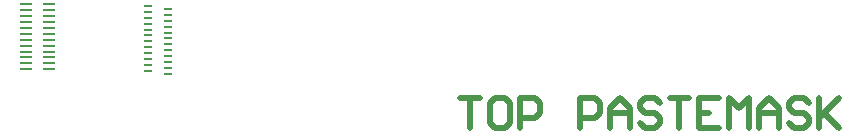
<source format=gtp>
G04*
G04 #@! TF.GenerationSoftware,Altium Limited,Altium Designer,21.6.4 (81)*
G04*
G04 Layer_Color=8421504*
%FSLAX44Y44*%
%MOMM*%
G71*
G04*
G04 #@! TF.SameCoordinates,818ED15A-6BB5-422D-9A4C-114945B1836D*
G04*
G04*
G04 #@! TF.FilePolarity,Positive*
G04*
G01*
G75*
%ADD13C,0.5080*%
%ADD14R,1.0000X0.2300*%
%ADD15R,0.6500X0.2500*%
D13*
X420179Y21638D02*
X437107D01*
X428643D01*
Y-3753D01*
X458267Y21638D02*
X449803D01*
X445571Y17406D01*
Y479D01*
X449803Y-3753D01*
X458267D01*
X462499Y479D01*
Y17406D01*
X458267Y21638D01*
X470963Y-3753D02*
Y21638D01*
X483659D01*
X487891Y17406D01*
Y8942D01*
X483659Y4710D01*
X470963D01*
X521746Y-3753D02*
Y21638D01*
X534442D01*
X538674Y17406D01*
Y8942D01*
X534442Y4710D01*
X521746D01*
X547138Y-3753D02*
Y13174D01*
X555602Y21638D01*
X564066Y13174D01*
Y-3753D01*
Y8942D01*
X547138D01*
X589458Y17406D02*
X585226Y21638D01*
X576762D01*
X572530Y17406D01*
Y13174D01*
X576762Y8942D01*
X585226D01*
X589458Y4710D01*
Y479D01*
X585226Y-3753D01*
X576762D01*
X572530Y479D01*
X597922Y21638D02*
X614850D01*
X606386D01*
Y-3753D01*
X640241Y21638D02*
X623313D01*
Y-3753D01*
X640241D01*
X623313Y8942D02*
X631777D01*
X648705Y-3753D02*
Y21638D01*
X657169Y13174D01*
X665633Y21638D01*
Y-3753D01*
X674097D02*
Y13174D01*
X682561Y21638D01*
X691025Y13174D01*
Y-3753D01*
Y8942D01*
X674097D01*
X716417Y17406D02*
X712185Y21638D01*
X703721D01*
X699489Y17406D01*
Y13174D01*
X703721Y8942D01*
X712185D01*
X716417Y4710D01*
Y479D01*
X712185Y-3753D01*
X703721D01*
X699489Y479D01*
X724881Y21638D02*
Y-3753D01*
Y4710D01*
X741808Y21638D01*
X729113Y8942D01*
X741808Y-3753D01*
D14*
X72980Y100800D02*
D03*
Y95800D02*
D03*
Y90800D02*
D03*
Y85800D02*
D03*
Y80800D02*
D03*
Y75800D02*
D03*
Y70800D02*
D03*
Y65800D02*
D03*
Y60800D02*
D03*
Y55800D02*
D03*
Y50800D02*
D03*
Y45800D02*
D03*
X53480D02*
D03*
Y50800D02*
D03*
Y55800D02*
D03*
Y60800D02*
D03*
Y65800D02*
D03*
Y70800D02*
D03*
Y75800D02*
D03*
Y80800D02*
D03*
Y85800D02*
D03*
Y90800D02*
D03*
Y95800D02*
D03*
Y100800D02*
D03*
D15*
X156627Y49392D02*
D03*
Y44392D02*
D03*
Y54392D02*
D03*
X156627Y59392D02*
D03*
X156627Y64392D02*
D03*
Y69392D02*
D03*
Y79392D02*
D03*
Y84392D02*
D03*
Y89392D02*
D03*
Y74392D02*
D03*
Y99392D02*
D03*
Y94392D02*
D03*
X173627Y46892D02*
D03*
Y41892D02*
D03*
Y66892D02*
D03*
Y61892D02*
D03*
Y56892D02*
D03*
Y86892D02*
D03*
X173627Y81892D02*
D03*
X173627Y76892D02*
D03*
X173627Y96892D02*
D03*
X173627Y51892D02*
D03*
X173627Y91892D02*
D03*
X173627Y71892D02*
D03*
M02*

</source>
